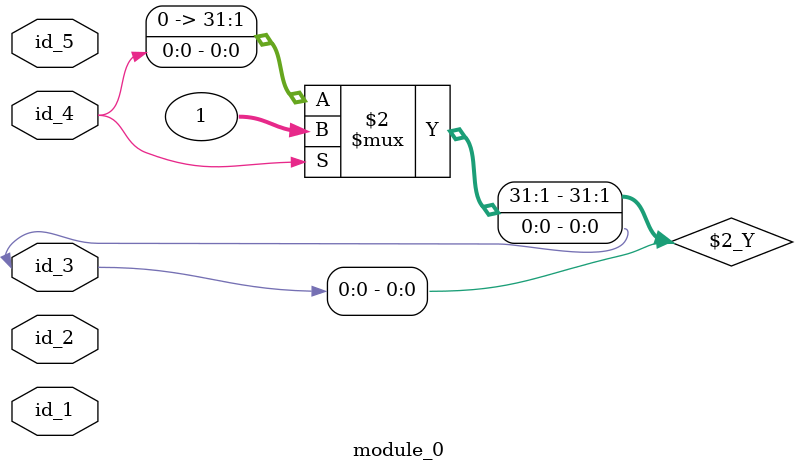
<source format=v>
module module_0 (
    id_1,
    id_2,
    id_3,
    id_4,
    id_5
);
  input id_5;
  input id_4;
  inout id_3;
  input id_2;
  input id_1;
  assign id_3 = id_4 ? 1 : id_4;
endmodule

</source>
